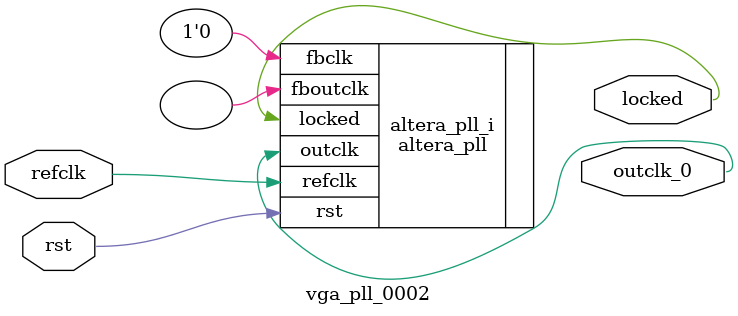
<source format=v>
`timescale 1ns/10ps
module  vga_pll_0002(

	// interface 'refclk'
	input wire refclk,

	// interface 'reset'
	input wire rst,

	// interface 'outclk0'
	output wire outclk_0,

	// interface 'locked'
	output wire locked
);

	altera_pll #(
		.fractional_vco_multiplier("false"),
		.reference_clock_frequency("27.0 MHz"),
		.operation_mode("direct"),
		.number_of_clocks(1),
		.output_clock_frequency0("108.000000 MHz"),
		.phase_shift0("0 ps"),
		.duty_cycle0(50),
		.output_clock_frequency1("0 MHz"),
		.phase_shift1("0 ps"),
		.duty_cycle1(50),
		.output_clock_frequency2("0 MHz"),
		.phase_shift2("0 ps"),
		.duty_cycle2(50),
		.output_clock_frequency3("0 MHz"),
		.phase_shift3("0 ps"),
		.duty_cycle3(50),
		.output_clock_frequency4("0 MHz"),
		.phase_shift4("0 ps"),
		.duty_cycle4(50),
		.output_clock_frequency5("0 MHz"),
		.phase_shift5("0 ps"),
		.duty_cycle5(50),
		.output_clock_frequency6("0 MHz"),
		.phase_shift6("0 ps"),
		.duty_cycle6(50),
		.output_clock_frequency7("0 MHz"),
		.phase_shift7("0 ps"),
		.duty_cycle7(50),
		.output_clock_frequency8("0 MHz"),
		.phase_shift8("0 ps"),
		.duty_cycle8(50),
		.output_clock_frequency9("0 MHz"),
		.phase_shift9("0 ps"),
		.duty_cycle9(50),
		.output_clock_frequency10("0 MHz"),
		.phase_shift10("0 ps"),
		.duty_cycle10(50),
		.output_clock_frequency11("0 MHz"),
		.phase_shift11("0 ps"),
		.duty_cycle11(50),
		.output_clock_frequency12("0 MHz"),
		.phase_shift12("0 ps"),
		.duty_cycle12(50),
		.output_clock_frequency13("0 MHz"),
		.phase_shift13("0 ps"),
		.duty_cycle13(50),
		.output_clock_frequency14("0 MHz"),
		.phase_shift14("0 ps"),
		.duty_cycle14(50),
		.output_clock_frequency15("0 MHz"),
		.phase_shift15("0 ps"),
		.duty_cycle15(50),
		.output_clock_frequency16("0 MHz"),
		.phase_shift16("0 ps"),
		.duty_cycle16(50),
		.output_clock_frequency17("0 MHz"),
		.phase_shift17("0 ps"),
		.duty_cycle17(50),
		.pll_type("General"),
		.pll_subtype("General")
	) altera_pll_i (
		.rst	(rst),
		.outclk	({outclk_0}),
		.locked	(locked),
		.fboutclk	( ),
		.fbclk	(1'b0),
		.refclk	(refclk)
	);
endmodule


</source>
